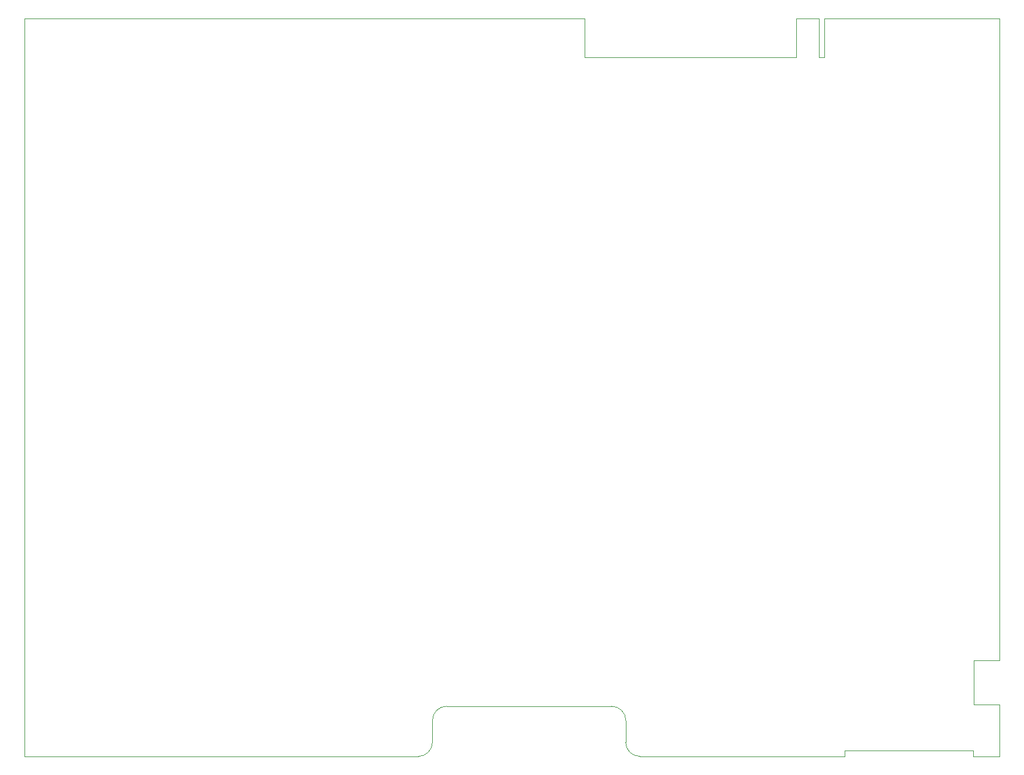
<source format=gm1>
G04 #@! TF.GenerationSoftware,KiCad,Pcbnew,7.0.9-7.0.9~ubuntu22.04.1*
G04 #@! TF.CreationDate,2024-04-13T14:40:37+02:00*
G04 #@! TF.ProjectId,v7-kaleido,76372d6b-616c-4656-9964-6f2e6b696361,1.1*
G04 #@! TF.SameCoordinates,Original*
G04 #@! TF.FileFunction,Profile,NP*
%FSLAX46Y46*%
G04 Gerber Fmt 4.6, Leading zero omitted, Abs format (unit mm)*
G04 Created by KiCad (PCBNEW 7.0.9-7.0.9~ubuntu22.04.1) date 2024-04-13 14:40:37*
%MOMM*%
%LPD*%
G01*
G04 APERTURE LIST*
G04 #@! TA.AperFunction,Profile*
%ADD10C,0.050000*%
G04 #@! TD*
G04 APERTURE END LIST*
D10*
X59879500Y-148606000D02*
X59879500Y-44000000D01*
X59879500Y-148600000D02*
X115650000Y-148600000D01*
X198000000Y-44000000D02*
X198000000Y-135000000D01*
X59879500Y-44000000D02*
X139200000Y-44000000D01*
X119650000Y-141500000D02*
G75*
G03*
X117650000Y-143500000I0J-2000000D01*
G01*
X173180000Y-49450000D02*
X172400000Y-49450000D01*
X198000000Y-141220000D02*
X198000000Y-148600000D01*
X172400000Y-49450000D02*
X172400000Y-44000000D01*
X194300000Y-135000000D02*
X194300000Y-141230000D01*
X117650000Y-146602893D02*
X117650000Y-143500000D01*
X115650000Y-148602900D02*
G75*
G03*
X117650000Y-146602893I0J2000000D01*
G01*
X145016200Y-146600000D02*
G75*
G03*
X147016214Y-148600000I2000000J0D01*
G01*
X173180000Y-44000000D02*
X198000000Y-44000000D01*
X139200000Y-44000000D02*
X139200000Y-49450000D01*
X145016214Y-146602893D02*
X145035791Y-143504216D01*
X147016214Y-148600000D02*
X176000000Y-148600000D01*
X145035784Y-143504216D02*
G75*
G03*
X143035791Y-141504216I-1999984J16D01*
G01*
X194200000Y-147760000D02*
X176000000Y-147760000D01*
X194300000Y-141230000D02*
X198000000Y-141220000D01*
X194200000Y-148600000D02*
X198000000Y-148600000D01*
X143035791Y-141500000D02*
X119650000Y-141500000D01*
X173180000Y-49450000D02*
X173180000Y-44000000D01*
X169200000Y-49450000D02*
X169200000Y-44000000D01*
X194200000Y-148600000D02*
X194200000Y-147760000D01*
X176000000Y-147760000D02*
X176000000Y-148600000D01*
X198000000Y-135000000D02*
X194300000Y-135000000D01*
X172400000Y-44000000D02*
X169200000Y-44000000D01*
X139200000Y-49450000D02*
X169200000Y-49450000D01*
M02*

</source>
